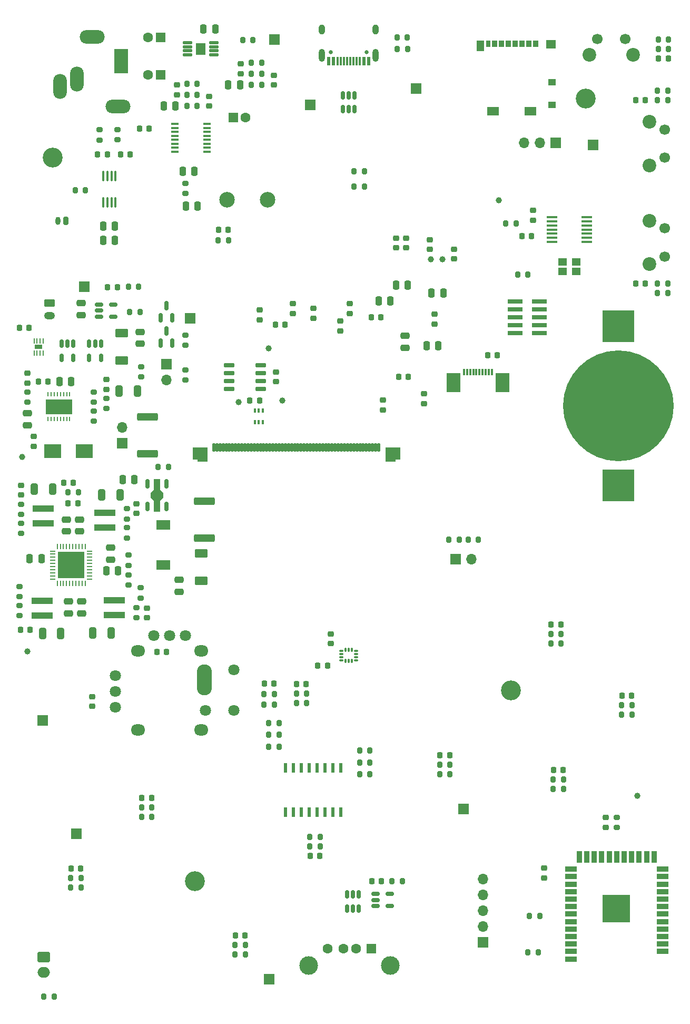
<source format=gbs>
G04 #@! TF.GenerationSoftware,KiCad,Pcbnew,8.0.4*
G04 #@! TF.CreationDate,2024-09-06T21:03:00+01:00*
G04 #@! TF.ProjectId,gk-pcbv3,676b2d70-6362-4763-932e-6b696361645f,rev?*
G04 #@! TF.SameCoordinates,Original*
G04 #@! TF.FileFunction,Soldermask,Bot*
G04 #@! TF.FilePolarity,Negative*
%FSLAX46Y46*%
G04 Gerber Fmt 4.6, Leading zero omitted, Abs format (unit mm)*
G04 Created by KiCad (PCBNEW 8.0.4) date 2024-09-06 21:03:00*
%MOMM*%
%LPD*%
G01*
G04 APERTURE LIST*
G04 Aperture macros list*
%AMRoundRect*
0 Rectangle with rounded corners*
0 $1 Rounding radius*
0 $2 $3 $4 $5 $6 $7 $8 $9 X,Y pos of 4 corners*
0 Add a 4 corners polygon primitive as box body*
4,1,4,$2,$3,$4,$5,$6,$7,$8,$9,$2,$3,0*
0 Add four circle primitives for the rounded corners*
1,1,$1+$1,$2,$3*
1,1,$1+$1,$4,$5*
1,1,$1+$1,$6,$7*
1,1,$1+$1,$8,$9*
0 Add four rect primitives between the rounded corners*
20,1,$1+$1,$2,$3,$4,$5,0*
20,1,$1+$1,$4,$5,$6,$7,0*
20,1,$1+$1,$6,$7,$8,$9,0*
20,1,$1+$1,$8,$9,$2,$3,0*%
%AMFreePoly0*
4,1,13,0.900000,0.500000,2.600000,0.500000,2.600000,-0.500000,0.900000,-0.500000,0.400000,-1.000000,-0.400000,-1.000000,-0.900000,-0.500000,-2.600000,-0.500000,-2.600000,0.500000,-0.900000,0.500000,-0.400000,1.000000,0.400000,1.000000,0.900000,0.500000,0.900000,0.500000,$1*%
G04 Aperture macros list end*
%ADD10C,0.010000*%
%ADD11R,1.676400X0.355600*%
%ADD12RoundRect,0.225000X-0.250000X0.225000X-0.250000X-0.225000X0.250000X-0.225000X0.250000X0.225000X0*%
%ADD13RoundRect,0.225000X0.225000X0.250000X-0.225000X0.250000X-0.225000X-0.250000X0.225000X-0.250000X0*%
%ADD14C,1.000000*%
%ADD15R,0.812800X0.254000*%
%ADD16R,0.254000X0.812800*%
%ADD17R,4.191000X4.191000*%
%ADD18RoundRect,0.200000X-0.275000X0.200000X-0.275000X-0.200000X0.275000X-0.200000X0.275000X0.200000X0*%
%ADD19RoundRect,0.250000X0.475000X-0.250000X0.475000X0.250000X-0.475000X0.250000X-0.475000X-0.250000X0*%
%ADD20RoundRect,0.250000X-0.475000X0.250000X-0.475000X-0.250000X0.475000X-0.250000X0.475000X0.250000X0*%
%ADD21RoundRect,0.250000X0.250000X0.475000X-0.250000X0.475000X-0.250000X-0.475000X0.250000X-0.475000X0*%
%ADD22RoundRect,0.225000X0.250000X-0.225000X0.250000X0.225000X-0.250000X0.225000X-0.250000X-0.225000X0*%
%ADD23RoundRect,0.225000X-0.225000X-0.250000X0.225000X-0.250000X0.225000X0.250000X-0.225000X0.250000X0*%
%ADD24R,1.879600X0.812800*%
%ADD25R,0.812800X1.879600*%
%ADD26R,4.394200X4.394200*%
%ADD27RoundRect,0.200000X0.200000X0.275000X-0.200000X0.275000X-0.200000X-0.275000X0.200000X-0.275000X0*%
%ADD28RoundRect,0.200000X0.275000X-0.200000X0.275000X0.200000X-0.275000X0.200000X-0.275000X-0.200000X0*%
%ADD29R,1.700000X1.700000*%
%ADD30O,1.700000X1.700000*%
%ADD31R,1.400000X1.150000*%
%ADD32RoundRect,0.200000X-0.200000X-0.275000X0.200000X-0.275000X0.200000X0.275000X-0.200000X0.275000X0*%
%ADD33R,3.400000X0.980000*%
%ADD34R,2.700000X2.200000*%
%ADD35R,1.600000X1.500000*%
%ADD36C,1.600000*%
%ADD37C,3.000000*%
%ADD38RoundRect,0.218750X0.218750X0.256250X-0.218750X0.256250X-0.218750X-0.256250X0.218750X-0.256250X0*%
%ADD39RoundRect,0.250000X-0.250000X-0.475000X0.250000X-0.475000X0.250000X0.475000X-0.250000X0.475000X0*%
%ADD40RoundRect,0.250000X-0.325000X-0.650000X0.325000X-0.650000X0.325000X0.650000X-0.325000X0.650000X0*%
%ADD41RoundRect,0.250000X0.325000X0.650000X-0.325000X0.650000X-0.325000X-0.650000X0.325000X-0.650000X0*%
%ADD42R,0.203200X0.711200*%
%ADD43R,4.343400X2.438400*%
%ADD44R,0.300000X1.100000*%
%ADD45R,2.300000X3.100000*%
%ADD46RoundRect,0.102000X0.150000X0.550000X-0.150000X0.550000X-0.150000X-0.550000X0.150000X-0.550000X0*%
%ADD47RoundRect,0.150000X-0.512500X-0.150000X0.512500X-0.150000X0.512500X0.150000X-0.512500X0.150000X0*%
%ADD48RoundRect,0.150000X-0.150000X0.512500X-0.150000X-0.512500X0.150000X-0.512500X0.150000X0.512500X0*%
%ADD49RoundRect,0.175000X-0.175000X0.575000X-0.175000X-0.575000X0.175000X-0.575000X0.175000X0.575000X0*%
%ADD50FreePoly0,270.000000*%
%ADD51RoundRect,0.250000X-1.425000X0.362500X-1.425000X-0.362500X1.425000X-0.362500X1.425000X0.362500X0*%
%ADD52R,2.200000X1.500000*%
%ADD53RoundRect,0.218750X-0.218750X-0.256250X0.218750X-0.256250X0.218750X0.256250X-0.218750X0.256250X0*%
%ADD54RoundRect,0.250000X0.800000X-0.450000X0.800000X0.450000X-0.800000X0.450000X-0.800000X-0.450000X0*%
%ADD55RoundRect,0.100000X-0.100000X0.225000X-0.100000X-0.225000X0.100000X-0.225000X0.100000X0.225000X0*%
%ADD56RoundRect,0.150000X0.725000X0.150000X-0.725000X0.150000X-0.725000X-0.150000X0.725000X-0.150000X0*%
%ADD57R,5.100000X5.100000*%
%ADD58C,17.800000*%
%ADD59RoundRect,0.250000X1.425000X-0.362500X1.425000X0.362500X-1.425000X0.362500X-1.425000X-0.362500X0*%
%ADD60C,3.200000*%
%ADD61C,1.800000*%
%ADD62O,2.400000X5.000000*%
%ADD63O,2.300000X1.800000*%
%ADD64RoundRect,0.087500X0.225000X0.087500X-0.225000X0.087500X-0.225000X-0.087500X0.225000X-0.087500X0*%
%ADD65RoundRect,0.087500X0.087500X0.225000X-0.087500X0.225000X-0.087500X-0.225000X0.087500X-0.225000X0*%
%ADD66C,1.700000*%
%ADD67C,2.200000*%
%ADD68RoundRect,0.200000X0.200000X0.450000X-0.200000X0.450000X-0.200000X-0.450000X0.200000X-0.450000X0*%
%ADD69O,0.800000X1.300000*%
%ADD70R,1.570000X1.890000*%
%ADD71RoundRect,0.125000X0.600000X0.125000X-0.600000X0.125000X-0.600000X-0.125000X0.600000X-0.125000X0*%
%ADD72O,1.000000X2.100000*%
%ADD73O,1.000000X1.600000*%
%ADD74R,0.600000X1.450000*%
%ADD75R,0.300000X1.450000*%
%ADD76C,0.650000*%
%ADD77R,1.200000X0.800000*%
%ADD78RoundRect,0.062500X-0.062500X0.325000X-0.062500X-0.325000X0.062500X-0.325000X0.062500X0.325000X0*%
%ADD79R,0.600000X1.500000*%
%ADD80R,1.600000X1.600000*%
%ADD81R,2.400000X0.740000*%
%ADD82C,2.500000*%
%ADD83R,1.200000X0.400000*%
%ADD84RoundRect,0.150000X0.150000X-0.587500X0.150000X0.587500X-0.150000X0.587500X-0.150000X-0.587500X0*%
%ADD85RoundRect,0.100000X-0.100000X0.712500X-0.100000X-0.712500X0.100000X-0.712500X0.100000X0.712500X0*%
%ADD86R,0.850000X1.100000*%
%ADD87R,0.750000X1.100000*%
%ADD88R,1.200000X1.000000*%
%ADD89R,1.550000X1.350000*%
%ADD90R,1.900000X1.350000*%
%ADD91R,1.170000X1.800000*%
%ADD92O,2.200000X4.000000*%
%ADD93O,4.000000X2.200000*%
%ADD94R,2.200000X4.000000*%
%ADD95RoundRect,0.250000X-0.750000X0.600000X-0.750000X-0.600000X0.750000X-0.600000X0.750000X0.600000X0*%
%ADD96O,2.000000X1.700000*%
%ADD97RoundRect,0.250000X-0.625000X0.350000X-0.625000X-0.350000X0.625000X-0.350000X0.625000X0.350000X0*%
%ADD98O,1.750000X1.200000*%
G04 APERTURE END LIST*
D10*
X106620000Y-89664000D02*
X105820000Y-89664000D01*
X105820000Y-90014000D01*
X104320000Y-90014000D01*
X104320000Y-87864000D01*
X106620000Y-87864000D01*
X106620000Y-89664000D01*
G36*
X106620000Y-89664000D02*
G01*
X105820000Y-89664000D01*
X105820000Y-90014000D01*
X104320000Y-90014000D01*
X104320000Y-87864000D01*
X106620000Y-87864000D01*
X106620000Y-89664000D01*
G37*
X75620000Y-90014000D02*
X74120000Y-90014000D01*
X74120000Y-89664000D01*
X73320000Y-89664000D01*
X73320000Y-87864000D01*
X75620000Y-87864000D01*
X75620000Y-90014000D01*
G36*
X75620000Y-90014000D02*
G01*
X74120000Y-90014000D01*
X74120000Y-89664000D01*
X73320000Y-89664000D01*
X73320000Y-87864000D01*
X75620000Y-87864000D01*
X75620000Y-90014000D01*
G37*
D11*
X131038600Y-54782001D03*
X131038600Y-54132000D03*
X131038600Y-53481999D03*
X131038600Y-52832000D03*
X131038600Y-52182001D03*
X131038600Y-51532000D03*
X131038600Y-50882001D03*
X136677400Y-50881999D03*
X136677400Y-51532000D03*
X136677400Y-52181999D03*
X136677400Y-52832000D03*
X136677400Y-53481999D03*
X136677400Y-54132000D03*
X136677400Y-54781999D03*
D12*
X112217200Y-66458800D03*
X112217200Y-68008800D03*
D13*
X103568800Y-66929000D03*
X102018800Y-66929000D03*
D14*
X45923200Y-89382600D03*
X46761400Y-120573800D03*
D15*
X56743600Y-104480799D03*
X56743600Y-104980801D03*
X56743600Y-105480800D03*
X56743600Y-105980799D03*
X56743600Y-106480800D03*
X56743600Y-106980800D03*
X56743600Y-107480801D03*
X56743600Y-107980800D03*
X56743600Y-108480799D03*
X56743600Y-108980801D03*
D16*
X56047201Y-109677200D03*
X55547199Y-109677200D03*
X55047200Y-109677200D03*
X54547201Y-109677200D03*
X54047200Y-109677200D03*
X53547200Y-109677200D03*
X53047199Y-109677200D03*
X52547200Y-109677200D03*
X52047201Y-109677200D03*
X51547199Y-109677200D03*
D15*
X50850800Y-108980801D03*
X50850800Y-108480799D03*
X50850800Y-107980800D03*
X50850800Y-107480801D03*
X50850800Y-106980800D03*
X50850800Y-106480800D03*
X50850800Y-105980799D03*
X50850800Y-105480800D03*
X50850800Y-104980801D03*
X50850800Y-104480799D03*
D16*
X51547199Y-103784400D03*
X52047201Y-103784400D03*
X52547200Y-103784400D03*
X53047199Y-103784400D03*
X53547200Y-103784400D03*
X54047200Y-103784400D03*
X54547201Y-103784400D03*
X55047200Y-103784400D03*
X55547199Y-103784400D03*
X56047201Y-103784400D03*
D17*
X53797200Y-106730800D03*
D18*
X62992000Y-108293400D03*
X62992000Y-109943400D03*
X62992000Y-105143800D03*
X62992000Y-106793800D03*
D19*
X53035200Y-101330800D03*
X53035200Y-99430800D03*
X55138800Y-101330800D03*
X55138800Y-99430800D03*
D20*
X55473600Y-112588000D03*
X55473600Y-114488000D03*
X53390800Y-112588000D03*
X53390800Y-114488000D03*
D21*
X49006800Y-105664000D03*
X47106800Y-105664000D03*
D12*
X64262000Y-96862600D03*
X64262000Y-98412600D03*
D22*
X45720000Y-95466200D03*
X45720000Y-93916200D03*
X65938400Y-115176600D03*
X65938400Y-113626600D03*
D13*
X47206200Y-117094000D03*
X45656200Y-117094000D03*
D19*
X60147200Y-105852000D03*
X60147200Y-103952000D03*
D22*
X110490000Y-80785000D03*
X110490000Y-79235000D03*
D12*
X103886000Y-80251000D03*
X103886000Y-81801000D03*
D23*
X106413000Y-76454000D03*
X107963000Y-76454000D03*
D22*
X97028000Y-69101000D03*
X97028000Y-67551000D03*
X98552000Y-66307000D03*
X98552000Y-64757000D03*
D12*
X92710000Y-65519000D03*
X92710000Y-67069000D03*
D22*
X89408000Y-66307000D03*
X89408000Y-64757000D03*
D12*
X84074000Y-65773000D03*
X84074000Y-67323000D03*
D13*
X88151000Y-68072000D03*
X86601000Y-68072000D03*
D24*
X134112000Y-170026660D03*
X134112000Y-168822700D03*
X134112000Y-167618740D03*
X134112000Y-166414780D03*
X134112000Y-165210820D03*
X134112000Y-164006860D03*
X134112000Y-162802900D03*
X134112000Y-161598940D03*
X134112000Y-160394980D03*
X134112000Y-159191020D03*
X134112000Y-157987060D03*
X134112000Y-156783100D03*
X134112000Y-155579140D03*
D25*
X135455700Y-153593800D03*
X136659660Y-153593800D03*
X137863620Y-153593800D03*
X139067580Y-153593800D03*
X140271540Y-153593800D03*
X141475500Y-153593800D03*
X142679460Y-153593800D03*
X143883420Y-153593800D03*
X145087380Y-153593800D03*
X146291340Y-153593800D03*
X147495300Y-153593800D03*
D24*
X148844000Y-155579140D03*
X148844000Y-156783100D03*
X148844000Y-157987060D03*
X148844000Y-159191020D03*
X148844000Y-160394980D03*
X148844000Y-161598940D03*
X148844000Y-162802900D03*
X148844000Y-164006860D03*
X148844000Y-165210820D03*
X148844000Y-166414780D03*
X148844000Y-167618740D03*
X148844000Y-168822700D03*
D26*
X141430000Y-161921900D03*
D14*
X144780000Y-143764000D03*
D27*
X129095000Y-163068000D03*
X127445000Y-163068000D03*
D28*
X141478000Y-148907000D03*
X141478000Y-147257000D03*
D27*
X128841000Y-168910000D03*
X127191000Y-168910000D03*
D29*
X119989600Y-167381000D03*
D30*
X119989600Y-164841000D03*
X119989600Y-162301000D03*
X119989600Y-159761000D03*
X119989600Y-157221000D03*
D29*
X69063000Y-74442000D03*
D30*
X69063000Y-76982000D03*
D22*
X129794000Y-156985000D03*
X129794000Y-155435000D03*
X139700000Y-148857000D03*
X139700000Y-147307000D03*
D31*
X132758000Y-59601000D03*
X134958000Y-59601000D03*
X134958000Y-58001000D03*
X132758000Y-58001000D03*
D27*
X54927000Y-94996000D03*
X53277000Y-94996000D03*
D28*
X45466000Y-111801500D03*
X45466000Y-110151500D03*
X45466000Y-114849500D03*
X45466000Y-113199500D03*
D18*
X45720000Y-100013000D03*
X45720000Y-101663000D03*
X45720000Y-96965000D03*
X45720000Y-98615000D03*
X62738000Y-100724200D03*
X62738000Y-102374200D03*
X62738000Y-97676200D03*
X62738000Y-99326200D03*
D28*
X64922400Y-112026200D03*
X64922400Y-110376200D03*
X64262000Y-113564400D03*
X64262000Y-115214400D03*
D18*
X46736000Y-78931000D03*
X46736000Y-80581000D03*
X59436000Y-79947000D03*
X59436000Y-81597000D03*
D27*
X100901000Y-45944000D03*
X99251000Y-45944000D03*
D32*
X99251000Y-43434000D03*
X100901000Y-43434000D03*
D18*
X57404000Y-81979000D03*
X57404000Y-83629000D03*
X57404000Y-78931000D03*
X57404000Y-80581000D03*
D33*
X59182000Y-98332200D03*
X59182000Y-100702200D03*
X49276000Y-97621000D03*
X49276000Y-99991000D03*
X60756800Y-112353000D03*
X60756800Y-114723000D03*
X49123600Y-114808000D03*
X49123600Y-112438000D03*
D34*
X50790000Y-88392000D03*
X55890000Y-88392000D03*
D35*
X102052000Y-168376000D03*
D36*
X99552000Y-168376000D03*
X97552000Y-168376000D03*
X95052000Y-168376000D03*
D37*
X105122000Y-171086000D03*
X91982000Y-171086000D03*
D29*
X131684000Y-38862000D03*
D30*
X129144000Y-38862000D03*
X126604000Y-38862000D03*
D38*
X54838700Y-96774000D03*
X53263700Y-96774000D03*
D21*
X105090000Y-64262000D03*
X103190000Y-64262000D03*
D20*
X107442000Y-69916000D03*
X107442000Y-71816000D03*
D39*
X110911600Y-71526400D03*
X112811600Y-71526400D03*
X111724400Y-63042800D03*
X113624400Y-63042800D03*
X59451200Y-107645200D03*
X61351200Y-107645200D03*
D40*
X49172600Y-117687000D03*
X52122600Y-117687000D03*
D41*
X50801800Y-94488000D03*
X47851800Y-94488000D03*
X61673000Y-95453200D03*
X58723000Y-95453200D03*
X57249800Y-117602000D03*
X60199800Y-117602000D03*
D40*
X61517000Y-78740000D03*
X64467000Y-78740000D03*
D23*
X48501000Y-77216000D03*
X50051000Y-77216000D03*
D12*
X46736000Y-75933000D03*
X46736000Y-77483000D03*
X59436000Y-76949000D03*
X59436000Y-78499000D03*
D22*
X47752000Y-87643000D03*
X47752000Y-86093000D03*
D13*
X54115000Y-93472000D03*
X52565000Y-93472000D03*
D19*
X46736000Y-84262000D03*
X46736000Y-82362000D03*
D39*
X51882000Y-77216000D03*
X53782000Y-77216000D03*
D13*
X127788000Y-53848000D03*
X126238000Y-53848000D03*
D12*
X128016000Y-49771000D03*
X128016000Y-51321000D03*
D42*
X50065998Y-79330799D03*
X50566000Y-79330799D03*
X51065999Y-79330799D03*
X51566000Y-79330799D03*
X52066000Y-79330799D03*
X52565998Y-79330799D03*
X53066000Y-79330799D03*
X53565999Y-79330799D03*
X53566002Y-83229201D03*
X53066000Y-83229201D03*
X52566001Y-83229201D03*
X52066000Y-83229201D03*
X51566000Y-83229201D03*
X51066002Y-83229201D03*
X50566000Y-83229201D03*
X50066001Y-83229201D03*
D43*
X51816000Y-81280000D03*
D44*
X121426800Y-75727800D03*
X120926800Y-75727800D03*
X120426800Y-75727800D03*
X119926800Y-75727800D03*
X119426800Y-75727800D03*
X118926800Y-75727800D03*
X118426800Y-75727800D03*
X117926800Y-75727800D03*
X117426800Y-75727800D03*
X116926800Y-75727800D03*
D45*
X123096800Y-77427800D03*
X115256800Y-77427800D03*
D13*
X84061600Y-80314800D03*
X82511600Y-80314800D03*
D12*
X86741000Y-75729800D03*
X86741000Y-77279800D03*
D32*
X125540000Y-60071000D03*
X127190000Y-60071000D03*
D46*
X103220000Y-87814000D03*
X102720000Y-87814000D03*
X102220000Y-87814000D03*
X101720000Y-87814000D03*
X101220000Y-87814000D03*
X100720000Y-87814000D03*
X100220000Y-87814000D03*
X99720000Y-87814000D03*
X99220000Y-87814000D03*
X98720000Y-87814000D03*
X98220000Y-87814000D03*
X97720000Y-87814000D03*
X97220000Y-87814000D03*
X96720000Y-87814000D03*
X96220000Y-87814000D03*
X95720000Y-87814000D03*
X95220000Y-87814000D03*
X94720000Y-87814000D03*
X94220000Y-87814000D03*
X93720000Y-87814000D03*
X93220000Y-87814000D03*
X92720000Y-87814000D03*
X92220000Y-87814000D03*
X91720000Y-87814000D03*
X91220000Y-87814000D03*
X90720000Y-87814000D03*
X90220000Y-87814000D03*
X89720000Y-87814000D03*
X89220000Y-87814000D03*
X88720000Y-87814000D03*
X88220000Y-87814000D03*
X87720000Y-87814000D03*
X87220000Y-87814000D03*
X86720000Y-87814000D03*
X86220000Y-87814000D03*
X85720000Y-87814000D03*
X85220000Y-87814000D03*
X84720000Y-87814000D03*
X84220000Y-87814000D03*
X83720000Y-87814000D03*
X83220000Y-87814000D03*
X82720000Y-87814000D03*
X82220000Y-87814000D03*
X81720000Y-87814000D03*
X81220000Y-87814000D03*
X80720000Y-87814000D03*
X80220000Y-87814000D03*
X79720000Y-87814000D03*
X79220000Y-87814000D03*
X78720000Y-87814000D03*
X78220000Y-87814000D03*
X77720000Y-87814000D03*
X77220000Y-87814000D03*
X76720000Y-87814000D03*
D47*
X102748500Y-161478000D03*
X102748500Y-160528000D03*
X102748500Y-159578000D03*
X105023500Y-159578000D03*
X105023500Y-161478000D03*
D48*
X98110000Y-159644500D03*
X99060000Y-159644500D03*
X100010000Y-159644500D03*
X100010000Y-161919500D03*
X99060000Y-161919500D03*
X98110000Y-161919500D03*
D49*
X66064000Y-93654000D03*
D50*
X67564000Y-95504000D03*
D49*
X69064000Y-93654000D03*
X69064000Y-97354000D03*
X66064000Y-97354000D03*
D32*
X105347000Y-157480000D03*
X106997000Y-157480000D03*
X123635000Y-51816000D03*
X125285000Y-51816000D03*
D51*
X75234800Y-96453100D03*
X75234800Y-102378100D03*
D27*
X69405000Y-90932000D03*
X67755000Y-90932000D03*
D52*
X68630800Y-106679600D03*
X68630800Y-100279600D03*
D53*
X102082500Y-157480000D03*
X103657500Y-157480000D03*
D54*
X74726800Y-109235600D03*
X74726800Y-104835600D03*
D23*
X120764000Y-73025000D03*
X122314000Y-73025000D03*
D20*
X71170800Y-109133600D03*
X71170800Y-111033600D03*
D21*
X63942000Y-92964000D03*
X62042000Y-92964000D03*
D55*
X83297000Y-81879400D03*
X83947000Y-81879400D03*
X84597000Y-81879400D03*
X84597000Y-83779400D03*
X83947000Y-83779400D03*
X83297000Y-83779400D03*
D56*
X84286800Y-74599800D03*
X84286800Y-75869800D03*
X84286800Y-77139800D03*
X84286800Y-78409800D03*
X79136800Y-78409800D03*
X79136800Y-77139800D03*
X79136800Y-75869800D03*
X79136800Y-74599800D03*
D14*
X122555000Y-48133000D03*
X87731600Y-80314800D03*
X80670400Y-80543400D03*
X85496400Y-71907400D03*
D57*
X141757400Y-93953000D03*
X141757400Y-68353000D03*
D58*
X141757400Y-81153000D03*
D12*
X107594400Y-54190600D03*
X107594400Y-55740600D03*
D22*
X106019600Y-55740600D03*
X106019600Y-54190600D03*
D59*
X66040000Y-88814500D03*
X66040000Y-82889500D03*
D18*
X65024000Y-74867000D03*
X65024000Y-76517000D03*
D29*
X61976000Y-87127000D03*
D30*
X61976000Y-84587000D03*
D28*
X72136000Y-47053000D03*
X72136000Y-45403000D03*
D39*
X71694000Y-43434000D03*
X73594000Y-43434000D03*
X72202000Y-49022000D03*
X74102000Y-49022000D03*
D60*
X73660000Y-157480000D03*
D29*
X137668000Y-39243000D03*
X92202000Y-32766000D03*
X116840000Y-145897600D03*
D61*
X79933800Y-123596400D03*
D62*
X75211800Y-125196400D03*
D61*
X79933800Y-130098800D03*
X75361800Y-130098800D03*
X67056000Y-118059200D03*
X69596000Y-118059200D03*
X72136000Y-118059200D03*
X60909200Y-129540000D03*
X60909200Y-127000000D03*
X60909200Y-124460000D03*
D63*
X64516000Y-120497600D03*
X74650600Y-120497600D03*
X74650600Y-133197600D03*
X64516000Y-133197600D03*
D60*
X136525000Y-31750000D03*
D14*
X111572000Y-57640800D03*
X113472000Y-57640800D03*
D29*
X86500000Y-22300000D03*
D39*
X105984000Y-61722000D03*
X107884000Y-61722000D03*
D29*
X85598000Y-173228000D03*
X72898000Y-67056000D03*
X49174400Y-131724400D03*
X109270800Y-30175200D03*
D22*
X95478600Y-119367600D03*
X95478600Y-117817600D03*
D64*
X99562100Y-120509600D03*
X99562100Y-121009600D03*
X99562100Y-121509600D03*
X99562100Y-122009600D03*
D65*
X98899600Y-122172100D03*
X98399600Y-122172100D03*
X97899600Y-122172100D03*
D64*
X97237100Y-122009600D03*
X97237100Y-121509600D03*
X97237100Y-121009600D03*
X97237100Y-120509600D03*
D65*
X97899600Y-120347100D03*
X98399600Y-120347100D03*
X98899600Y-120347100D03*
D60*
X124460000Y-126847600D03*
D29*
X55880000Y-61976000D03*
X115565000Y-105816400D03*
D30*
X118105000Y-105816400D03*
D29*
X54610000Y-149860000D03*
D60*
X50800000Y-41275000D03*
D23*
X77457000Y-52832000D03*
X79007000Y-52832000D03*
D27*
X79057000Y-54540800D03*
X77407000Y-54540800D03*
D13*
X94983600Y-122910600D03*
X93433600Y-122910600D03*
D27*
X66763400Y-147193000D03*
X65113400Y-147193000D03*
X91630000Y-128905000D03*
X89980000Y-128905000D03*
D13*
X69101000Y-120650000D03*
X67551000Y-120650000D03*
D66*
X149225000Y-52650000D03*
X149225000Y-57150000D03*
D67*
X146725000Y-51400000D03*
X146725000Y-58400000D03*
D32*
X72375000Y-33000000D03*
X74025000Y-33000000D03*
D27*
X149669000Y-32004000D03*
X148019000Y-32004000D03*
D68*
X52898200Y-51436800D03*
D69*
X51648200Y-51436800D03*
D32*
X84773000Y-127430000D03*
X86423000Y-127430000D03*
D70*
X74600000Y-23800000D03*
D71*
X72450000Y-22825000D03*
X72450000Y-23475000D03*
X72450000Y-24125000D03*
X72450000Y-24775000D03*
X76750000Y-24775000D03*
X76750000Y-24125000D03*
X76750000Y-23475000D03*
X76750000Y-22825000D03*
D72*
X102722300Y-24844300D03*
D73*
X102722300Y-20664300D03*
D72*
X94082300Y-24844300D03*
D73*
X94082300Y-20664300D03*
D74*
X95152300Y-25759300D03*
X95952300Y-25759300D03*
D75*
X96652300Y-25759300D03*
X97652300Y-25759300D03*
X99152300Y-25759300D03*
X100152300Y-25759300D03*
D74*
X100852300Y-25759300D03*
X101652300Y-25759300D03*
X101652300Y-25759300D03*
X100852300Y-25759300D03*
D75*
X99652300Y-25759300D03*
X98652300Y-25759300D03*
X98152300Y-25759300D03*
X97152300Y-25759300D03*
D74*
X95952300Y-25759300D03*
X95152300Y-25759300D03*
D76*
X101292300Y-24314300D03*
X95512300Y-24314300D03*
D13*
X81724800Y-166268400D03*
X80174800Y-166268400D03*
D27*
X143928600Y-130784600D03*
X142278600Y-130784600D03*
D32*
X63183000Y-66040000D03*
X64833000Y-66040000D03*
D27*
X132549400Y-119303800D03*
X130899400Y-119303800D03*
D23*
X148200000Y-25324000D03*
X149750000Y-25324000D03*
D27*
X56095400Y-46532800D03*
X54445400Y-46532800D03*
D23*
X92189000Y-153416000D03*
X93739000Y-153416000D03*
D27*
X101790000Y-136525000D03*
X100140000Y-136525000D03*
X84425000Y-26000000D03*
X82775000Y-26000000D03*
D66*
X149225000Y-36775000D03*
X149225000Y-41275000D03*
D67*
X146725000Y-35525000D03*
X146725000Y-42525000D03*
D27*
X101790000Y-138430000D03*
X100140000Y-138430000D03*
D48*
X52237600Y-71201700D03*
X53187600Y-71201700D03*
X54137600Y-71201700D03*
X54137600Y-73476700D03*
X52237600Y-73476700D03*
D27*
X81774800Y-169316400D03*
X80124800Y-169316400D03*
D22*
X76000000Y-32975000D03*
X76000000Y-31425000D03*
D12*
X57150000Y-127876000D03*
X57150000Y-129426000D03*
D39*
X79050000Y-29600000D03*
X80950000Y-29600000D03*
D13*
X66307000Y-36576000D03*
X64757000Y-36576000D03*
D27*
X114667800Y-140309600D03*
X113017800Y-140309600D03*
X149800000Y-23800000D03*
X148150000Y-23800000D03*
D77*
X48564800Y-71704200D03*
D78*
X47814800Y-72691700D03*
X48314800Y-72691700D03*
X48814800Y-72691700D03*
X49314800Y-72691700D03*
X49314800Y-70716700D03*
X48814800Y-70716700D03*
X48314800Y-70716700D03*
X47814800Y-70716700D03*
D32*
X62979800Y-62052200D03*
X64629800Y-62052200D03*
D12*
X81000000Y-26225000D03*
X81000000Y-27775000D03*
D32*
X148019000Y-62992000D03*
X149669000Y-62992000D03*
D79*
X88214200Y-139350400D03*
X89484200Y-139350400D03*
X90754200Y-139350400D03*
X92024200Y-139350400D03*
X93294200Y-139350400D03*
X94564200Y-139350400D03*
X95834200Y-139350400D03*
X97104200Y-139350400D03*
X97104200Y-146450400D03*
X95834200Y-146450400D03*
X94564200Y-146450400D03*
X93294200Y-146450400D03*
X92024200Y-146450400D03*
X90754200Y-146450400D03*
X89484200Y-146450400D03*
X88214200Y-146450400D03*
D32*
X148019000Y-30480000D03*
X149669000Y-30480000D03*
D27*
X74025000Y-31200000D03*
X72375000Y-31200000D03*
D32*
X89980000Y-127381000D03*
X91630000Y-127381000D03*
X106213300Y-23847900D03*
X107863300Y-23847900D03*
D80*
X79844888Y-34800000D03*
D36*
X81844888Y-34800000D03*
D48*
X56687600Y-71201700D03*
X57637600Y-71201700D03*
X58587600Y-71201700D03*
X58587600Y-73476700D03*
X56687600Y-73476700D03*
D32*
X106187900Y-21968300D03*
X107837900Y-21968300D03*
D20*
X55397400Y-64683600D03*
X55397400Y-66583600D03*
D27*
X87185000Y-135890000D03*
X85535000Y-135890000D03*
D22*
X111455200Y-56045400D03*
X111455200Y-54495400D03*
D32*
X148150000Y-22276000D03*
X149800000Y-22276000D03*
D27*
X84425000Y-27800000D03*
X82775000Y-27800000D03*
D22*
X86400000Y-29575000D03*
X86400000Y-28025000D03*
D27*
X101790000Y-140335000D03*
X100140000Y-140335000D03*
D22*
X115366800Y-57518600D03*
X115366800Y-55968600D03*
D27*
X74025000Y-29400000D03*
X72375000Y-29400000D03*
D32*
X92139000Y-150368000D03*
X93789000Y-150368000D03*
D12*
X70800000Y-29625000D03*
X70800000Y-31175000D03*
D27*
X132905000Y-142697200D03*
X131255000Y-142697200D03*
D23*
X61709000Y-40741600D03*
X63259000Y-40741600D03*
D32*
X84773000Y-129130000D03*
X86423000Y-129130000D03*
D80*
X68155113Y-22000000D03*
D36*
X66155113Y-22000000D03*
D13*
X55308800Y-155524200D03*
X53758800Y-155524200D03*
D32*
X53708800Y-157048200D03*
X55358800Y-157048200D03*
D81*
X129077000Y-64389000D03*
X125177000Y-64389000D03*
X129077000Y-65659000D03*
X125177000Y-65659000D03*
X129077000Y-66929000D03*
X125177000Y-66929000D03*
X129077000Y-68199000D03*
X125177000Y-68199000D03*
X129077000Y-69469000D03*
X125177000Y-69469000D03*
D39*
X68650000Y-33000000D03*
X70550000Y-33000000D03*
D47*
X58273100Y-66812200D03*
X58273100Y-65862200D03*
X58273100Y-64912200D03*
X60548100Y-64912200D03*
X60548100Y-66812200D03*
D13*
X146063000Y-61468000D03*
X144513000Y-61468000D03*
D27*
X149669000Y-61468000D03*
X148019000Y-61468000D03*
D80*
X68155113Y-28000000D03*
D36*
X66155113Y-28000000D03*
D82*
X85342800Y-48006000D03*
X78842800Y-48006000D03*
D13*
X132499400Y-116285800D03*
X130949400Y-116285800D03*
D32*
X131255000Y-141173200D03*
X132905000Y-141173200D03*
D66*
X138375000Y-22225000D03*
X142875000Y-22225000D03*
D67*
X137125000Y-24725000D03*
X144125000Y-24725000D03*
D27*
X93789000Y-151892000D03*
X92139000Y-151892000D03*
D83*
X70425000Y-40322500D03*
X70425000Y-39687500D03*
X70425000Y-39052500D03*
X70425000Y-38417500D03*
X70425000Y-37782500D03*
X70425000Y-37147500D03*
X70425000Y-36512500D03*
X70425000Y-35877500D03*
X75625000Y-35877500D03*
X75625000Y-36512500D03*
X75625000Y-37147500D03*
X75625000Y-37782500D03*
X75625000Y-38417500D03*
X75625000Y-39052500D03*
X75625000Y-39687500D03*
X75625000Y-40322500D03*
D32*
X65113400Y-145669000D03*
X66763400Y-145669000D03*
X49416200Y-176072800D03*
X51066200Y-176072800D03*
D27*
X87185000Y-133985000D03*
X85535000Y-133985000D03*
X55358800Y-158572200D03*
X53708800Y-158572200D03*
D39*
X75050000Y-20600000D03*
X76950000Y-20600000D03*
D28*
X72136000Y-77025000D03*
X72136000Y-75375000D03*
D32*
X113017800Y-138785600D03*
X114667800Y-138785600D03*
D84*
X70038000Y-71041500D03*
X68138000Y-71041500D03*
X69088000Y-69166500D03*
D13*
X86373000Y-125730000D03*
X84823000Y-125730000D03*
D23*
X58051400Y-40741600D03*
X59601400Y-40741600D03*
D84*
X70038000Y-66977500D03*
X68138000Y-66977500D03*
X69088000Y-65102500D03*
D13*
X66713400Y-144145000D03*
X65163400Y-144145000D03*
D28*
X72136000Y-71437000D03*
X72136000Y-69787000D03*
D32*
X82775000Y-29600000D03*
X84425000Y-29600000D03*
D85*
X58969000Y-44267900D03*
X59619000Y-44267900D03*
X60269000Y-44267900D03*
X60919000Y-44267900D03*
X60919000Y-48492900D03*
X60269000Y-48492900D03*
X59619000Y-48492900D03*
X58969000Y-48492900D03*
D27*
X87185000Y-132080000D03*
X85535000Y-132080000D03*
D13*
X146063000Y-32004000D03*
X144513000Y-32004000D03*
D54*
X61899800Y-73878800D03*
X61899800Y-69478800D03*
D18*
X61264800Y-36767000D03*
X61264800Y-38417000D03*
D86*
X128448305Y-22983800D03*
X127348305Y-22983800D03*
X126248305Y-22983800D03*
X125148305Y-22983800D03*
X124048305Y-22983800D03*
X122948305Y-22983800D03*
X121848305Y-22983800D03*
D87*
X120798305Y-22983800D03*
D88*
X131083305Y-29133800D03*
X131083305Y-32833800D03*
D89*
X130908305Y-23108800D03*
D90*
X127583305Y-33808800D03*
X121613305Y-33808800D03*
D91*
X119588305Y-23333800D03*
D32*
X142278600Y-129260600D03*
X143928600Y-129260600D03*
D48*
X97452300Y-31244800D03*
X98402300Y-31244800D03*
X99352300Y-31244800D03*
X99352300Y-33519800D03*
X98402300Y-33519800D03*
X97452300Y-33519800D03*
D13*
X91580000Y-125857000D03*
X90030000Y-125857000D03*
D32*
X80124800Y-167792400D03*
X81774800Y-167792400D03*
D13*
X143878600Y-127736600D03*
X142328600Y-127736600D03*
D21*
X60843200Y-52273200D03*
X58943200Y-52273200D03*
D13*
X114617800Y-137261600D03*
X113067800Y-137261600D03*
D21*
X60843200Y-54559200D03*
X58943200Y-54559200D03*
D92*
X52007500Y-29850000D03*
X54707500Y-28650000D03*
D93*
X57207500Y-21850000D03*
D94*
X61807500Y-25750000D03*
D93*
X61307500Y-33050000D03*
D20*
X64846200Y-69281000D03*
X64846200Y-71181000D03*
D18*
X58369200Y-36817800D03*
X58369200Y-38467800D03*
D32*
X81375000Y-22400000D03*
X83025000Y-22400000D03*
D95*
X49382000Y-169692000D03*
D96*
X49382000Y-172192000D03*
D13*
X132855000Y-139649200D03*
X131305000Y-139649200D03*
D97*
X50266600Y-64643000D03*
D98*
X50266600Y-66643000D03*
D13*
X47003000Y-68580000D03*
X45453000Y-68580000D03*
D32*
X130899400Y-117779800D03*
X132549400Y-117779800D03*
D53*
X59639100Y-62077600D03*
X61214100Y-62077600D03*
D27*
X119239800Y-102616000D03*
X117589800Y-102616000D03*
D32*
X114506200Y-102616000D03*
X116156200Y-102616000D03*
M02*

</source>
